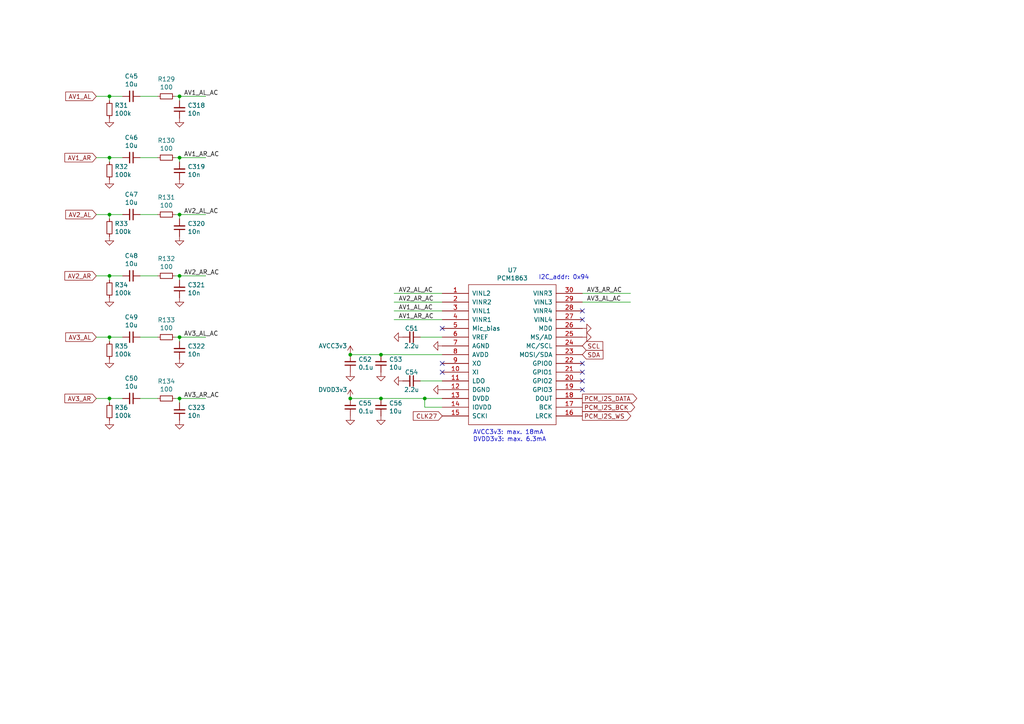
<source format=kicad_sch>
(kicad_sch (version 20211123) (generator eeschema)
  (paper "A4")
  (title_block (title "OSSC Pro") (date "2021-06-03") (rev "1.4"))
  (lib_symbols
    (symbol "Device:C_Small" (pin_numbers hide) (pin_names (offset 0.254) hide)
      (property "Reference" "C" (at 0.254 1.778 0))
      (property "Value" "C_Small" (at 0.254 -2.032 0))
      (symbol "C_Small_0_1"
        (polyline (pts (xy -1.524 -0.508) (xy 1.524 -0.508)) (stroke (width 0.3302)))
        (polyline (pts (xy -1.524 0.508) (xy 1.524 0.508)) (stroke (width 0.3048)))
      )
      (symbol "C_Small_1_1"
        (pin passive line (at 0 2.54 270) (length 2.032) (name "~") (number "1"))
        (pin passive line (at 0 -2.54 90) (length 2.032) (name "~") (number "2"))
      )
    )
    (symbol "Device:R_Small" (pin_numbers hide) (pin_names (offset 0.254) hide)
      (property "Reference" "R" (at 0.762 0.508 0))
      (property "Value" "R_Small" (at 0.762 -1.016 0))
      (symbol "R_Small_0_1"
        (rectangle (start -0.762 1.778) (end 0.762 -1.778) (stroke (width 0.2032)))
      )
      (symbol "R_Small_1_1"
        (pin passive line (at 0 2.54 270) (length 0.762) (name "~") (number "1"))
        (pin passive line (at 0 -2.54 90) (length 0.762) (name "~") (number "2"))
      )
    )
    (symbol "custom_components:AVCC3v3" (power) (pin_names (offset 0))
      (property "Value" "AVCC3v3" (at 0 3.556 0))
      (symbol "AVCC3v3_0_1"
        (polyline (pts (xy -0.762 1.27) (xy 0 2.54)))
        (polyline (pts (xy 0 0) (xy 0 2.54)))
        (polyline (pts (xy 0 2.54) (xy 0.762 1.27)))
      )
      (symbol "AVCC3v3_1_1"
        (pin power_in line (at 0 0 90) (length 0) hide (name "AVCC3v3") (number "1"))
      )
    )
    (symbol "custom_components:DVDD3v3" (power) (pin_names (offset 0))
      (property "Value" "DVDD3v3" (at 0 3.556 0))
      (symbol "DVDD3v3_0_1"
        (polyline (pts (xy -0.762 1.27) (xy 0 2.54)))
        (polyline (pts (xy 0 0) (xy 0 2.54)))
        (polyline (pts (xy 0 2.54) (xy 0.762 1.27)))
      )
      (symbol "DVDD3v3_1_1"
        (pin power_in line (at 0 0 90) (length 0) hide (name "DVDD3v3") (number "1"))
      )
    )
    (symbol "custom_components:PCM1862" (pin_names (offset 1.016))
      (property "Reference" "U" (at 0 -2.54 0))
      (property "Value" "PCM1862" (at 0 -8.89 0))
      (symbol "PCM1862_1_0"
        (rectangle (start -12.7 -26.67) (end 12.7 13.97))
      )
      (symbol "PCM1862_1_1"
        (pin input line (at -20.32 11.43 0) (length 7.62) (name "VINL2") (number "1"))
        (pin input line (at -20.32 -11.43 0) (length 7.62) (name "XI") (number "10"))
        (pin power_out line (at -20.32 -13.97 0) (length 7.62) (name "LDO") (number "11"))
        (pin power_in line (at -20.32 -16.51 0) (length 7.62) (name "DGND") (number "12"))
        (pin power_in line (at -20.32 -19.05 0) (length 7.62) (name "DVDD") (number "13"))
        (pin power_in line (at -20.32 -21.59 0) (length 7.62) (name "IOVDD") (number "14"))
        (pin input line (at -20.32 -24.13 0) (length 7.62) (name "SCKI") (number "15"))
        (pin output line (at 20.32 -24.13 180) (length 7.62) (name "LRCK") (number "16"))
        (pin output line (at 20.32 -21.59 180) (length 7.62) (name "BCK") (number "17"))
        (pin output line (at 20.32 -19.05 180) (length 7.62) (name "DOUT") (number "18"))
        (pin bidirectional line (at 20.32 -16.51 180) (length 7.62) (name "GPIO3") (number "19"))
        (pin input line (at -20.32 8.89 0) (length 7.62) (name "VINR2") (number "2"))
        (pin bidirectional line (at 20.32 -13.97 180) (length 7.62) (name "GPIO2") (number "20"))
        (pin bidirectional line (at 20.32 -11.43 180) (length 7.62) (name "GPIO1") (number "21"))
        (pin bidirectional line (at 20.32 -8.89 180) (length 7.62) (name "GPIO0") (number "22"))
        (pin bidirectional line (at 20.32 -6.35 180) (length 7.62) (name "MOSI/SDA") (number "23"))
        (pin input line (at 20.32 -3.81 180) (length 7.62) (name "MC/SCL") (number "24"))
        (pin input line (at 20.32 -1.27 180) (length 7.62) (name "MS/AD") (number "25"))
        (pin input line (at 20.32 1.27 180) (length 7.62) (name "MD0") (number "26"))
        (pin input line (at 20.32 3.81 180) (length 7.62) (name "VINL4") (number "27"))
        (pin input line (at 20.32 6.35 180) (length 7.62) (name "VINR4") (number "28"))
        (pin input line (at 20.32 8.89 180) (length 7.62) (name "VINL3") (number "29"))
        (pin input line (at -20.32 6.35 0) (length 7.62) (name "VINL1") (number "3"))
        (pin input line (at 20.32 11.43 180) (length 7.62) (name "VINR3") (number "30"))
        (pin input line (at -20.32 3.81 0) (length 7.62) (name "VINR1") (number "4"))
        (pin input line (at -20.32 1.27 0) (length 7.62) (name "Mic_bias") (number "5"))
        (pin input line (at -20.32 -1.27 0) (length 7.62) (name "VREF") (number "6"))
        (pin power_in line (at -20.32 -3.81 0) (length 7.62) (name "AGND") (number "7"))
        (pin power_in line (at -20.32 -6.35 0) (length 7.62) (name "AVDD") (number "8"))
        (pin input line (at -20.32 -8.89 0) (length 7.62) (name "XO") (number "9"))
      )
    )
    (symbol "power:GND" (power) (pin_names (offset 0))
      (property "Value" "GND" (at 0 -3.81 0))
      (symbol "GND_0_1"
        (polyline (pts (xy 0 0) (xy 0 -1.27) (xy 1.27 -1.27) (xy 0 -2.54) (xy -1.27 -1.27) (xy 0 -1.27)))
      )
      (symbol "GND_1_1"
        (pin power_in line (at 0 0 270) (length 0) hide (name "GND") (number "1"))
      )
    )
  )
  (junction (at 52.07 62.23))
  (junction (at 52.07 27.94))
  (junction (at 31.75 27.94))
  (junction (at 110.49 115.57))
  (junction (at 31.75 97.79))
  (junction (at 52.07 45.72))
  (junction (at 101.6 115.57))
  (junction (at 52.07 115.57))
  (junction (at 123.19 115.57))
  (junction (at 31.75 45.72))
  (junction (at 52.07 97.79))
  (junction (at 31.75 80.01))
  (junction (at 110.49 102.87))
  (junction (at 31.75 62.23))
  (junction (at 101.6 102.87))
  (junction (at 52.07 80.01))
  (junction (at 31.75 115.57))
  (no_connect (at 128.27 107.95))
  (no_connect (at 128.27 95.25))
  (no_connect (at 168.91 110.49))
  (no_connect (at 128.27 105.41))
  (no_connect (at 168.91 92.71))
  (no_connect (at 168.91 105.41))
  (no_connect (at 168.91 113.03))
  (no_connect (at 168.91 107.95))
  (no_connect (at 168.91 90.17))
  (wire (pts (xy 128.27 97.79) (xy 121.92 97.79)))
  (wire (pts (xy 40.64 97.79) (xy 45.72 97.79)))
  (wire (pts (xy 52.07 97.79) (xy 50.8 97.79)))
  (wire (pts (xy 52.07 63.5) (xy 52.07 62.23)))
  (wire (pts (xy 31.75 80.01) (xy 31.75 81.28)))
  (wire (pts (xy 59.69 115.57) (xy 52.07 115.57)))
  (wire (pts (xy 52.07 62.23) (xy 50.8 62.23)))
  (wire (pts (xy 59.69 97.79) (xy 52.07 97.79)))
  (wire (pts (xy 40.64 80.01) (xy 45.72 80.01)))
  (wire (pts (xy 27.94 27.94) (xy 31.75 27.94)))
  (wire (pts (xy 110.49 115.57) (xy 101.6 115.57)))
  (wire (pts (xy 114.3 85.09) (xy 128.27 85.09)))
  (wire (pts (xy 128.27 115.57) (xy 123.19 115.57)))
  (wire (pts (xy 40.64 27.94) (xy 45.72 27.94)))
  (wire (pts (xy 31.75 62.23) (xy 31.75 63.5)))
  (wire (pts (xy 35.56 27.94) (xy 31.75 27.94)))
  (wire (pts (xy 168.91 85.09) (xy 182.88 85.09)))
  (wire (pts (xy 52.07 99.06) (xy 52.07 97.79)))
  (wire (pts (xy 31.75 115.57) (xy 31.75 116.84)))
  (wire (pts (xy 52.07 46.99) (xy 52.07 45.72)))
  (wire (pts (xy 110.49 102.87) (xy 101.6 102.87)))
  (wire (pts (xy 27.94 115.57) (xy 31.75 115.57)))
  (wire (pts (xy 52.07 81.28) (xy 52.07 80.01)))
  (wire (pts (xy 35.56 62.23) (xy 31.75 62.23)))
  (wire (pts (xy 52.07 116.84) (xy 52.07 115.57)))
  (wire (pts (xy 52.07 80.01) (xy 50.8 80.01)))
  (wire (pts (xy 114.3 87.63) (xy 128.27 87.63)))
  (wire (pts (xy 128.27 102.87) (xy 110.49 102.87)))
  (wire (pts (xy 27.94 45.72) (xy 31.75 45.72)))
  (wire (pts (xy 52.07 29.21) (xy 52.07 27.94)))
  (wire (pts (xy 114.3 92.71) (xy 128.27 92.71)))
  (wire (pts (xy 182.88 87.63) (xy 168.91 87.63)))
  (wire (pts (xy 27.94 62.23) (xy 31.75 62.23)))
  (wire (pts (xy 35.56 97.79) (xy 31.75 97.79)))
  (wire (pts (xy 59.69 80.01) (xy 52.07 80.01)))
  (wire (pts (xy 31.75 27.94) (xy 31.75 29.21)))
  (wire (pts (xy 52.07 45.72) (xy 50.8 45.72)))
  (wire (pts (xy 35.56 80.01) (xy 31.75 80.01)))
  (wire (pts (xy 31.75 45.72) (xy 31.75 46.99)))
  (wire (pts (xy 128.27 118.11) (xy 123.19 118.11)))
  (wire (pts (xy 40.64 62.23) (xy 45.72 62.23)))
  (wire (pts (xy 128.27 110.49) (xy 121.92 110.49)))
  (wire (pts (xy 31.75 97.79) (xy 31.75 99.06)))
  (wire (pts (xy 59.69 27.94) (xy 52.07 27.94)))
  (wire (pts (xy 40.64 115.57) (xy 45.72 115.57)))
  (wire (pts (xy 52.07 115.57) (xy 50.8 115.57)))
  (wire (pts (xy 40.64 45.72) (xy 45.72 45.72)))
  (wire (pts (xy 35.56 45.72) (xy 31.75 45.72)))
  (wire (pts (xy 123.19 118.11) (xy 123.19 115.57)))
  (wire (pts (xy 52.07 27.94) (xy 50.8 27.94)))
  (wire (pts (xy 59.69 45.72) (xy 52.07 45.72)))
  (wire (pts (xy 27.94 97.79) (xy 31.75 97.79)))
  (wire (pts (xy 123.19 115.57) (xy 110.49 115.57)))
  (wire (pts (xy 27.94 80.01) (xy 31.75 80.01)))
  (wire (pts (xy 35.56 115.57) (xy 31.75 115.57)))
  (wire (pts (xy 59.69 62.23) (xy 52.07 62.23)))
  (wire (pts (xy 114.3 90.17) (xy 128.27 90.17)))
  (text "AVCC3v3: max. 18mA\nDVDD3v3: max. 6.3mA" (at 137.16 128.27 0) (effects (font (size 1.27 1.27)) (justify left bottom)))
  (text "I2C_addr: 0x94" (at 156.21 81.28 0) (effects (font (size 1.27 1.27)) (justify left bottom)))
  (label "AV1_AL_AC" (at 53.34 27.94 0))
  (label "AV3_AL_AC" (at 53.34 97.79 0))
  (label "AV3_AR_AC" (at 170.18 85.09 0))
  (label "AV3_AR_AC" (at 53.34 115.57 0))
  (label "AV2_AR_AC" (at 115.57 87.63 0))
  (label "AV3_AL_AC" (at 170.18 87.63 0))
  (label "AV1_AL_AC" (at 115.57 90.17 0))
  (label "AV2_AL_AC" (at 115.57 85.09 0))
  (label "AV1_AR_AC" (at 115.57 92.71 0))
  (label "AV2_AL_AC" (at 53.34 62.23 0))
  (label "AV2_AR_AC" (at 53.34 80.01 0))
  (label "AV1_AR_AC" (at 53.34 45.72 0))
  (global_label "SDA" (shape input) (at 168.91 102.87 0) (property "Intersheet References" "${INTERSHEET_REFS}" (effects hide)))
  (global_label "AV1_AL" (shape input) (at 27.94 27.94 180) (property "Intersheet References" "${INTERSHEET_REFS}" (effects hide)))
  (global_label "AV2_AL" (shape input) (at 27.94 62.23 180) (property "Intersheet References" "${INTERSHEET_REFS}" (effects hide)))
  (global_label "AV3_AR" (shape input) (at 27.94 115.57 180) (property "Intersheet References" "${INTERSHEET_REFS}" (effects hide)))
  (global_label "SCL" (shape input) (at 168.91 100.33 0) (property "Intersheet References" "${INTERSHEET_REFS}" (effects hide)))
  (global_label "CLK27" (shape input) (at 128.27 120.65 180) (property "Intersheet References" "${INTERSHEET_REFS}" (effects hide)))
  (global_label "PCM_I2S_DATA" (shape output) (at 168.91 115.57 0) (property "Intersheet References" "${INTERSHEET_REFS}" (effects hide)))
  (global_label "AV3_AL" (shape input) (at 27.94 97.79 180) (property "Intersheet References" "${INTERSHEET_REFS}" (effects hide)))
  (global_label "PCM_I2S_BCK" (shape output) (at 168.91 118.11 0) (property "Intersheet References" "${INTERSHEET_REFS}" (effects hide)))
  (global_label "AV1_AR" (shape input) (at 27.94 45.72 180) (property "Intersheet References" "${INTERSHEET_REFS}" (effects hide)))
  (global_label "AV2_AR" (shape input) (at 27.94 80.01 180) (property "Intersheet References" "${INTERSHEET_REFS}" (effects hide)))
  (global_label "PCM_I2S_WS" (shape output) (at 168.91 120.65 0) (property "Intersheet References" "${INTERSHEET_REFS}" (effects hide)))
  (symbol (lib_id "custom_components:PCM1862") (at 148.59 96.52 0) (unit 1)
    (property "Reference" "U7" (at 148.59 78.359 0))
    (property "Value" "PCM1863" (at 148.59 80.6704 0))
    (property "Footprint" "Package_SO:TSSOP-30_4.4x7.8mm_P0.5mm" (effects hide))
    (property "Datasheet" "DOCUMENTATION" (effects hide))
  )
  (symbol (lib_id "Device:R_Small") (at 31.75 31.75 0) (unit 1)
    (property "Reference" "R31" (at 33.2486 30.5816 0) (effects (justify left)))
    (property "Value" "100k" (at 33.2486 32.893 0) (effects (justify left)))
    (property "Footprint" "Resistor_SMD:R_0402_1005Metric" (effects hide))
  )
  (symbol (lib_id "Device:C_Small") (at 38.1 27.94 270) (unit 1)
    (property "Reference" "C45" (at 38.1 22.1234 90))
    (property "Value" "10u" (at 38.1 24.4348 90))
    (property "Footprint" "Capacitor_SMD:C_0603_1608Metric" (effects hide))
  )
  (symbol (lib_id "Device:R_Small") (at 48.26 27.94 270) (unit 1)
    (property "Reference" "R129" (at 48.26 22.9616 90))
    (property "Value" "100" (at 48.26 25.273 90))
    (property "Footprint" "Resistor_SMD:R_0402_1005Metric" (effects hide))
  )
  (symbol (lib_id "Device:C_Small") (at 52.07 31.75 180) (unit 1)
    (property "Reference" "C318" (at 54.4068 30.5816 0) (effects (justify right)))
    (property "Value" "10n" (at 54.4068 32.893 0) (effects (justify right)))
    (property "Footprint" "Capacitor_SMD:C_0402_1005Metric" (effects hide))
  )
  (symbol (lib_id "power:GND") (at 31.75 34.29 0) (unit 1)
    (property "Reference" "#PWR0111" (effects hide))
    (property "Value" "GND" (effects hide))
  )
  (symbol (lib_id "power:GND") (at 52.07 34.29 0) (unit 1)
    (property "Reference" "#PWR0112" (effects hide))
    (property "Value" "GND" (effects hide))
  )
  (symbol (lib_id "Device:R_Small") (at 31.75 49.53 0) (unit 1)
    (property "Reference" "R32" (at 33.2486 48.3616 0) (effects (justify left)))
    (property "Value" "100k" (at 33.2486 50.673 0) (effects (justify left)))
    (property "Footprint" "Resistor_SMD:R_0402_1005Metric" (effects hide))
  )
  (symbol (lib_id "Device:C_Small") (at 38.1 45.72 270) (unit 1)
    (property "Reference" "C46" (at 38.1 39.9034 90))
    (property "Value" "10u" (at 38.1 42.2148 90))
    (property "Footprint" "Capacitor_SMD:C_0603_1608Metric" (effects hide))
  )
  (symbol (lib_id "Device:R_Small") (at 48.26 45.72 270) (unit 1)
    (property "Reference" "R130" (at 48.26 40.7416 90))
    (property "Value" "100" (at 48.26 43.053 90))
    (property "Footprint" "Resistor_SMD:R_0402_1005Metric" (effects hide))
  )
  (symbol (lib_id "Device:C_Small") (at 52.07 49.53 180) (unit 1)
    (property "Reference" "C319" (at 54.4068 48.3616 0) (effects (justify right)))
    (property "Value" "10n" (at 54.4068 50.673 0) (effects (justify right)))
    (property "Footprint" "Capacitor_SMD:C_0402_1005Metric" (effects hide))
  )
  (symbol (lib_id "power:GND") (at 31.75 52.07 0) (unit 1)
    (property "Reference" "#PWR0113" (effects hide))
    (property "Value" "GND" (effects hide))
  )
  (symbol (lib_id "power:GND") (at 52.07 52.07 0) (unit 1)
    (property "Reference" "#PWR0114" (effects hide))
    (property "Value" "GND" (effects hide))
  )
  (symbol (lib_id "Device:R_Small") (at 31.75 66.04 0) (unit 1)
    (property "Reference" "R33" (at 33.2486 64.8716 0) (effects (justify left)))
    (property "Value" "100k" (at 33.2486 67.183 0) (effects (justify left)))
    (property "Footprint" "Resistor_SMD:R_0402_1005Metric" (effects hide))
  )
  (symbol (lib_id "Device:C_Small") (at 38.1 62.23 270) (unit 1)
    (property "Reference" "C47" (at 38.1 56.4134 90))
    (property "Value" "10u" (at 38.1 58.7248 90))
    (property "Footprint" "Capacitor_SMD:C_0603_1608Metric" (effects hide))
  )
  (symbol (lib_id "Device:R_Small") (at 48.26 62.23 270) (unit 1)
    (property "Reference" "R131" (at 48.26 57.2516 90))
    (property "Value" "100" (at 48.26 59.563 90))
    (property "Footprint" "Resistor_SMD:R_0402_1005Metric" (effects hide))
  )
  (symbol (lib_id "Device:C_Small") (at 52.07 66.04 180) (unit 1)
    (property "Reference" "C320" (at 54.4068 64.8716 0) (effects (justify right)))
    (property "Value" "10n" (at 54.4068 67.183 0) (effects (justify right)))
    (property "Footprint" "Capacitor_SMD:C_0402_1005Metric" (effects hide))
  )
  (symbol (lib_id "power:GND") (at 31.75 68.58 0) (unit 1)
    (property "Reference" "#PWR0115" (effects hide))
    (property "Value" "GND" (effects hide))
  )
  (symbol (lib_id "power:GND") (at 52.07 68.58 0) (unit 1)
    (property "Reference" "#PWR0116" (effects hide))
    (property "Value" "GND" (effects hide))
  )
  (symbol (lib_id "Device:R_Small") (at 31.75 83.82 0) (unit 1)
    (property "Reference" "R34" (at 33.2486 82.6516 0) (effects (justify left)))
    (property "Value" "100k" (at 33.2486 84.963 0) (effects (justify left)))
    (property "Footprint" "Resistor_SMD:R_0402_1005Metric" (effects hide))
  )
  (symbol (lib_id "Device:C_Small") (at 38.1 80.01 270) (unit 1)
    (property "Reference" "C48" (at 38.1 74.1934 90))
    (property "Value" "10u" (at 38.1 76.5048 90))
    (property "Footprint" "Capacitor_SMD:C_0603_1608Metric" (effects hide))
  )
  (symbol (lib_id "Device:R_Small") (at 48.26 80.01 270) (unit 1)
    (property "Reference" "R132" (at 48.26 75.0316 90))
    (property "Value" "100" (at 48.26 77.343 90))
    (property "Footprint" "Resistor_SMD:R_0402_1005Metric" (effects hide))
  )
  (symbol (lib_id "Device:C_Small") (at 52.07 83.82 180) (unit 1)
    (property "Reference" "C321" (at 54.4068 82.6516 0) (effects (justify right)))
    (property "Value" "10n" (at 54.4068 84.963 0) (effects (justify right)))
    (property "Footprint" "Capacitor_SMD:C_0402_1005Metric" (effects hide))
  )
  (symbol (lib_id "power:GND") (at 31.75 86.36 0) (unit 1)
    (property "Reference" "#PWR0117" (effects hide))
    (property "Value" "GND" (effects hide))
  )
  (symbol (lib_id "power:GND") (at 52.07 86.36 0) (unit 1)
    (property "Reference" "#PWR0118" (effects hide))
    (property "Value" "GND" (effects hide))
  )
  (symbol (lib_id "Device:R_Small") (at 31.75 101.6 0) (unit 1)
    (property "Reference" "R35" (at 33.2486 100.4316 0) (effects (justify left)))
    (property "Value" "100k" (at 33.2486 102.743 0) (effects (justify left)))
    (property "Footprint" "Resistor_SMD:R_0402_1005Metric" (effects hide))
  )
  (symbol (lib_id "Device:C_Small") (at 38.1 97.79 270) (unit 1)
    (property "Reference" "C49" (at 38.1 91.9734 90))
    (property "Value" "10u" (at 38.1 94.2848 90))
    (property "Footprint" "Capacitor_SMD:C_0603_1608Metric" (effects hide))
  )
  (symbol (lib_id "Device:R_Small") (at 48.26 97.79 270) (unit 1)
    (property "Reference" "R133" (at 48.26 92.8116 90))
    (property "Value" "100" (at 48.26 95.123 90))
    (property "Footprint" "Resistor_SMD:R_0402_1005Metric" (effects hide))
  )
  (symbol (lib_id "Device:C_Small") (at 52.07 101.6 180) (unit 1)
    (property "Reference" "C322" (at 54.4068 100.4316 0) (effects (justify right)))
    (property "Value" "10n" (at 54.4068 102.743 0) (effects (justify right)))
    (property "Footprint" "Capacitor_SMD:C_0402_1005Metric" (effects hide))
  )
  (symbol (lib_id "power:GND") (at 31.75 104.14 0) (unit 1)
    (property "Reference" "#PWR0119" (effects hide))
    (property "Value" "GND" (effects hide))
  )
  (symbol (lib_id "power:GND") (at 52.07 104.14 0) (unit 1)
    (property "Reference" "#PWR0120" (effects hide))
    (property "Value" "GND" (effects hide))
  )
  (symbol (lib_id "Device:R_Small") (at 31.75 119.38 0) (unit 1)
    (property "Reference" "R36" (at 33.2486 118.2116 0) (effects (justify left)))
    (property "Value" "100k" (at 33.2486 120.523 0) (effects (justify left)))
    (property "Footprint" "Resistor_SMD:R_0402_1005Metric" (effects hide))
  )
  (symbol (lib_id "Device:C_Small") (at 38.1 115.57 270) (unit 1)
    (property "Reference" "C50" (at 38.1 109.7534 90))
    (property "Value" "10u" (at 38.1 112.0648 90))
    (property "Footprint" "Capacitor_SMD:C_0603_1608Metric" (effects hide))
  )
  (symbol (lib_id "Device:R_Small") (at 48.26 115.57 270) (unit 1)
    (property "Reference" "R134" (at 48.26 110.5916 90))
    (property "Value" "100" (at 48.26 112.903 90))
    (property "Footprint" "Resistor_SMD:R_0402_1005Metric" (effects hide))
  )
  (symbol (lib_id "Device:C_Small") (at 52.07 119.38 180) (unit 1)
    (property "Reference" "C323" (at 54.4068 118.2116 0) (effects (justify right)))
    (property "Value" "10n" (at 54.4068 120.523 0) (effects (justify right)))
    (property "Footprint" "Capacitor_SMD:C_0402_1005Metric" (effects hide))
  )
  (symbol (lib_id "power:GND") (at 31.75 121.92 0) (unit 1)
    (property "Reference" "#PWR0121" (effects hide))
    (property "Value" "GND" (effects hide))
  )
  (symbol (lib_id "power:GND") (at 52.07 121.92 0) (unit 1)
    (property "Reference" "#PWR0122" (effects hide))
    (property "Value" "GND" (effects hide))
  )
  (symbol (lib_id "Device:C_Small") (at 119.38 97.79 270) (unit 1)
    (property "Reference" "C51" (at 119.38 95.25 90))
    (property "Value" "2.2u" (at 119.38 100.33 90))
    (property "Footprint" "Capacitor_SMD:C_0603_1608Metric" (effects hide))
  )
  (symbol (lib_id "power:GND") (at 116.84 97.79 270) (unit 1)
    (property "Reference" "#PWR0123" (effects hide))
    (property "Value" "GND" (effects hide))
  )
  (symbol (lib_id "power:GND") (at 128.27 100.33 270) (unit 1)
    (property "Reference" "#PWR0124" (effects hide))
    (property "Value" "GND" (effects hide))
  )
  (symbol (lib_id "Device:C_Small") (at 110.49 105.41 180) (unit 1)
    (property "Reference" "C53" (at 112.8268 104.2416 0) (effects (justify right)))
    (property "Value" "10u" (at 112.8268 106.553 0) (effects (justify right)))
    (property "Footprint" "Capacitor_SMD:C_0603_1608Metric" (effects hide))
  )
  (symbol (lib_id "Device:C_Small") (at 101.6 105.41 180) (unit 1)
    (property "Reference" "C52" (at 103.9368 104.2416 0) (effects (justify right)))
    (property "Value" "0.1u" (at 103.9368 106.553 0) (effects (justify right)))
    (property "Footprint" "Capacitor_SMD:C_0402_1005Metric" (effects hide))
  )
  (symbol (lib_id "power:GND") (at 101.6 107.95 0) (unit 1)
    (property "Reference" "#PWR0125" (effects hide))
    (property "Value" "GND" (effects hide))
  )
  (symbol (lib_id "power:GND") (at 110.49 107.95 0) (unit 1)
    (property "Reference" "#PWR0126" (effects hide))
    (property "Value" "GND" (effects hide))
  )
  (symbol (lib_id "custom_components:AVCC3v3") (at 101.6 102.87 0) (unit 1)
    (property "Reference" "#PWR0127" (effects hide))
    (property "Value" "AVCC3v3" (at 96.52 100.33 0))
  )
  (symbol (lib_id "Device:C_Small") (at 119.38 110.49 270) (unit 1)
    (property "Reference" "C54" (at 119.38 107.95 90))
    (property "Value" "2.2u" (at 119.38 113.03 90))
    (property "Footprint" "Capacitor_SMD:C_0603_1608Metric" (effects hide))
  )
  (symbol (lib_id "power:GND") (at 116.84 110.49 270) (unit 1)
    (property "Reference" "#PWR0128" (effects hide))
    (property "Value" "GND" (effects hide))
  )
  (symbol (lib_id "power:GND") (at 128.27 113.03 270) (unit 1)
    (property "Reference" "#PWR0129" (effects hide))
    (property "Value" "GND" (effects hide))
  )
  (symbol (lib_id "Device:C_Small") (at 110.49 118.11 180) (unit 1)
    (property "Reference" "C56" (at 112.8268 116.9416 0) (effects (justify right)))
    (property "Value" "10u" (at 112.8268 119.253 0) (effects (justify right)))
    (property "Footprint" "Capacitor_SMD:C_0603_1608Metric" (effects hide))
  )
  (symbol (lib_id "Device:C_Small") (at 101.6 118.11 180) (unit 1)
    (property "Reference" "C55" (at 103.9368 116.9416 0) (effects (justify right)))
    (property "Value" "0.1u" (at 103.9368 119.253 0) (effects (justify right)))
    (property "Footprint" "Capacitor_SMD:C_0402_1005Metric" (effects hide))
  )
  (symbol (lib_id "power:GND") (at 101.6 120.65 0) (unit 1)
    (property "Reference" "#PWR0130" (effects hide))
    (property "Value" "GND" (effects hide))
  )
  (symbol (lib_id "power:GND") (at 110.49 120.65 0) (unit 1)
    (property "Reference" "#PWR0131" (effects hide))
    (property "Value" "GND" (effects hide))
  )
  (symbol (lib_id "custom_components:DVDD3v3") (at 101.6 115.57 0) (unit 1)
    (property "Reference" "#PWR0132" (effects hide))
    (property "Value" "DVDD3v3" (at 96.52 113.03 0))
  )
  (symbol (lib_id "power:GND") (at 168.91 95.25 90) (unit 1)
    (property "Reference" "#PWR0133" (effects hide))
    (property "Value" "GND" (effects hide))
  )
  (symbol (lib_id "power:GND") (at 168.91 97.79 90) (unit 1)
    (property "Reference" "#PWR0134" (effects hide))
    (property "Value" "GND" (effects hide))
  )
)
</source>
